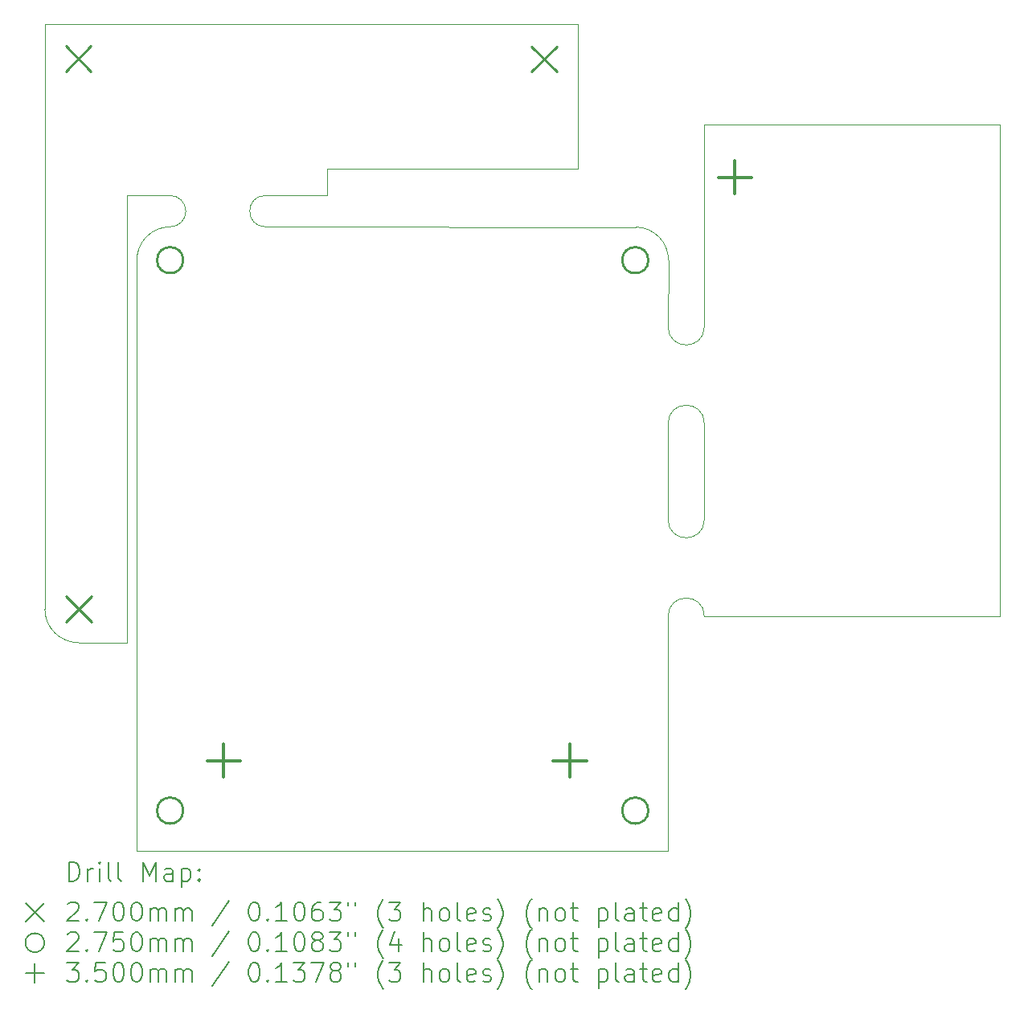
<source format=gbr>
%TF.GenerationSoftware,KiCad,Pcbnew,(6.0.7)*%
%TF.CreationDate,2022-08-29T12:50:03+02:00*%
%TF.ProjectId,pi_shield,70695f73-6869-4656-9c64-2e6b69636164,rev?*%
%TF.SameCoordinates,Original*%
%TF.FileFunction,Drillmap*%
%TF.FilePolarity,Positive*%
%FSLAX45Y45*%
G04 Gerber Fmt 4.5, Leading zero omitted, Abs format (unit mm)*
G04 Created by KiCad (PCBNEW (6.0.7)) date 2022-08-29 12:50:03*
%MOMM*%
%LPD*%
G01*
G04 APERTURE LIST*
%ADD10C,0.100000*%
%ADD11C,0.200000*%
%ADD12C,0.270000*%
%ADD13C,0.275000*%
%ADD14C,0.350000*%
G04 APERTURE END LIST*
D10*
X20510500Y-4597400D02*
X20510500Y-5715000D01*
X20497800Y-4597400D02*
X20510500Y-4597400D01*
X17399000Y-4597400D02*
X20497800Y-4597400D01*
X17399000Y-5715000D02*
X17399000Y-4597400D01*
X14084300Y-3543300D02*
X10477500Y-3543300D01*
X11422000Y-6029000D02*
X11422000Y-12254000D01*
X14084300Y-3543300D02*
X16065500Y-3543300D01*
X13423900Y-5067300D02*
X13423900Y-5346700D01*
X10477500Y-3543300D02*
X10452100Y-3543300D01*
X17399000Y-6731000D02*
X17399000Y-5715000D01*
X11315700Y-5346700D02*
X11772900Y-5346700D01*
X17399000Y-9779000D02*
G75*
G03*
X17018000Y-9779000I-190500J0D01*
G01*
X17399000Y-7747000D02*
X17399000Y-8763000D01*
X17022036Y-6029000D02*
G75*
G03*
X16677000Y-5679000I-350036J0D01*
G01*
X12776200Y-5346700D02*
X13423900Y-5346700D01*
X11137900Y-10058400D02*
X11315700Y-10058400D01*
X17018000Y-6731000D02*
X17022036Y-6029000D01*
X16065500Y-3543300D02*
X16065500Y-5067300D01*
X17018000Y-8763000D02*
G75*
G03*
X17399000Y-8763000I190500J0D01*
G01*
X11315700Y-10058400D02*
X11315700Y-5346700D01*
X12776200Y-5676900D02*
X16677000Y-5679000D01*
X12776200Y-5346700D02*
G75*
G03*
X12776200Y-5676900I0J-165100D01*
G01*
X17018000Y-6731000D02*
G75*
G03*
X17399000Y-6731000I190500J0D01*
G01*
X11772011Y-5676898D02*
G75*
G03*
X11772900Y-5346700I889J165098D01*
G01*
X17399000Y-7747000D02*
G75*
G03*
X17018000Y-7747000I-190500J0D01*
G01*
X16065500Y-5067300D02*
X13525500Y-5067300D01*
X13525500Y-5067300D02*
X13423900Y-5067300D01*
X17018000Y-8763000D02*
X17018000Y-7747000D01*
X11772011Y-5676898D02*
G75*
G03*
X11422000Y-6029000I0J-350017D01*
G01*
X17018000Y-12255500D02*
X17018000Y-9779000D01*
X10452100Y-9702800D02*
G75*
G03*
X10807700Y-10058400I355600J0D01*
G01*
X20256500Y-9779000D02*
X17399000Y-9779000D01*
X11422000Y-12254000D02*
X13322000Y-12254000D01*
X10807700Y-10058400D02*
X11137900Y-10058400D01*
X20256500Y-9779000D02*
X20510500Y-9779000D01*
X10452100Y-3543300D02*
X10452100Y-9702800D01*
X20510500Y-9779000D02*
X20510500Y-5715000D01*
X13322000Y-12254000D02*
X17018000Y-12255500D01*
D11*
D12*
X10670160Y-3771520D02*
X10940160Y-4041520D01*
X10940160Y-3771520D02*
X10670160Y-4041520D01*
X10672700Y-9567800D02*
X10942700Y-9837800D01*
X10942700Y-9567800D02*
X10672700Y-9837800D01*
X15574900Y-3774060D02*
X15844900Y-4044060D01*
X15844900Y-3774060D02*
X15574900Y-4044060D01*
D13*
X11909500Y-6028000D02*
G75*
G03*
X11909500Y-6028000I-137500J0D01*
G01*
X11909500Y-11828000D02*
G75*
G03*
X11909500Y-11828000I-137500J0D01*
G01*
X16809500Y-6028000D02*
G75*
G03*
X16809500Y-6028000I-137500J0D01*
G01*
X16809500Y-11828000D02*
G75*
G03*
X16809500Y-11828000I-137500J0D01*
G01*
D14*
X12338000Y-11128000D02*
X12338000Y-11478000D01*
X12163000Y-11303000D02*
X12513000Y-11303000D01*
X15983000Y-11128000D02*
X15983000Y-11478000D01*
X15808000Y-11303000D02*
X16158000Y-11303000D01*
X17722800Y-4981200D02*
X17722800Y-5331200D01*
X17547800Y-5156200D02*
X17897800Y-5156200D01*
D11*
X10704719Y-12570976D02*
X10704719Y-12370976D01*
X10752338Y-12370976D01*
X10780910Y-12380500D01*
X10799957Y-12399548D01*
X10809481Y-12418595D01*
X10819005Y-12456690D01*
X10819005Y-12485262D01*
X10809481Y-12523357D01*
X10799957Y-12542405D01*
X10780910Y-12561452D01*
X10752338Y-12570976D01*
X10704719Y-12570976D01*
X10904719Y-12570976D02*
X10904719Y-12437643D01*
X10904719Y-12475738D02*
X10914243Y-12456690D01*
X10923767Y-12447167D01*
X10942814Y-12437643D01*
X10961862Y-12437643D01*
X11028529Y-12570976D02*
X11028529Y-12437643D01*
X11028529Y-12370976D02*
X11019005Y-12380500D01*
X11028529Y-12390024D01*
X11038052Y-12380500D01*
X11028529Y-12370976D01*
X11028529Y-12390024D01*
X11152338Y-12570976D02*
X11133290Y-12561452D01*
X11123767Y-12542405D01*
X11123767Y-12370976D01*
X11257100Y-12570976D02*
X11238052Y-12561452D01*
X11228528Y-12542405D01*
X11228528Y-12370976D01*
X11485671Y-12570976D02*
X11485671Y-12370976D01*
X11552338Y-12513833D01*
X11619005Y-12370976D01*
X11619005Y-12570976D01*
X11799957Y-12570976D02*
X11799957Y-12466214D01*
X11790433Y-12447167D01*
X11771386Y-12437643D01*
X11733290Y-12437643D01*
X11714243Y-12447167D01*
X11799957Y-12561452D02*
X11780909Y-12570976D01*
X11733290Y-12570976D01*
X11714243Y-12561452D01*
X11704719Y-12542405D01*
X11704719Y-12523357D01*
X11714243Y-12504309D01*
X11733290Y-12494786D01*
X11780909Y-12494786D01*
X11799957Y-12485262D01*
X11895195Y-12437643D02*
X11895195Y-12637643D01*
X11895195Y-12447167D02*
X11914243Y-12437643D01*
X11952338Y-12437643D01*
X11971386Y-12447167D01*
X11980909Y-12456690D01*
X11990433Y-12475738D01*
X11990433Y-12532881D01*
X11980909Y-12551928D01*
X11971386Y-12561452D01*
X11952338Y-12570976D01*
X11914243Y-12570976D01*
X11895195Y-12561452D01*
X12076148Y-12551928D02*
X12085671Y-12561452D01*
X12076148Y-12570976D01*
X12066624Y-12561452D01*
X12076148Y-12551928D01*
X12076148Y-12570976D01*
X12076148Y-12447167D02*
X12085671Y-12456690D01*
X12076148Y-12466214D01*
X12066624Y-12456690D01*
X12076148Y-12447167D01*
X12076148Y-12466214D01*
X10247100Y-12800500D02*
X10447100Y-13000500D01*
X10447100Y-12800500D02*
X10247100Y-13000500D01*
X10695195Y-12810024D02*
X10704719Y-12800500D01*
X10723767Y-12790976D01*
X10771386Y-12790976D01*
X10790433Y-12800500D01*
X10799957Y-12810024D01*
X10809481Y-12829071D01*
X10809481Y-12848119D01*
X10799957Y-12876690D01*
X10685671Y-12990976D01*
X10809481Y-12990976D01*
X10895195Y-12971928D02*
X10904719Y-12981452D01*
X10895195Y-12990976D01*
X10885671Y-12981452D01*
X10895195Y-12971928D01*
X10895195Y-12990976D01*
X10971386Y-12790976D02*
X11104719Y-12790976D01*
X11019005Y-12990976D01*
X11219005Y-12790976D02*
X11238052Y-12790976D01*
X11257100Y-12800500D01*
X11266624Y-12810024D01*
X11276148Y-12829071D01*
X11285671Y-12867167D01*
X11285671Y-12914786D01*
X11276148Y-12952881D01*
X11266624Y-12971928D01*
X11257100Y-12981452D01*
X11238052Y-12990976D01*
X11219005Y-12990976D01*
X11199957Y-12981452D01*
X11190433Y-12971928D01*
X11180910Y-12952881D01*
X11171386Y-12914786D01*
X11171386Y-12867167D01*
X11180910Y-12829071D01*
X11190433Y-12810024D01*
X11199957Y-12800500D01*
X11219005Y-12790976D01*
X11409481Y-12790976D02*
X11428528Y-12790976D01*
X11447576Y-12800500D01*
X11457100Y-12810024D01*
X11466624Y-12829071D01*
X11476148Y-12867167D01*
X11476148Y-12914786D01*
X11466624Y-12952881D01*
X11457100Y-12971928D01*
X11447576Y-12981452D01*
X11428528Y-12990976D01*
X11409481Y-12990976D01*
X11390433Y-12981452D01*
X11380909Y-12971928D01*
X11371386Y-12952881D01*
X11361862Y-12914786D01*
X11361862Y-12867167D01*
X11371386Y-12829071D01*
X11380909Y-12810024D01*
X11390433Y-12800500D01*
X11409481Y-12790976D01*
X11561862Y-12990976D02*
X11561862Y-12857643D01*
X11561862Y-12876690D02*
X11571386Y-12867167D01*
X11590433Y-12857643D01*
X11619005Y-12857643D01*
X11638052Y-12867167D01*
X11647576Y-12886214D01*
X11647576Y-12990976D01*
X11647576Y-12886214D02*
X11657100Y-12867167D01*
X11676148Y-12857643D01*
X11704719Y-12857643D01*
X11723767Y-12867167D01*
X11733290Y-12886214D01*
X11733290Y-12990976D01*
X11828528Y-12990976D02*
X11828528Y-12857643D01*
X11828528Y-12876690D02*
X11838052Y-12867167D01*
X11857100Y-12857643D01*
X11885671Y-12857643D01*
X11904719Y-12867167D01*
X11914243Y-12886214D01*
X11914243Y-12990976D01*
X11914243Y-12886214D02*
X11923767Y-12867167D01*
X11942814Y-12857643D01*
X11971386Y-12857643D01*
X11990433Y-12867167D01*
X11999957Y-12886214D01*
X11999957Y-12990976D01*
X12390433Y-12781452D02*
X12219005Y-13038595D01*
X12647576Y-12790976D02*
X12666624Y-12790976D01*
X12685671Y-12800500D01*
X12695195Y-12810024D01*
X12704719Y-12829071D01*
X12714243Y-12867167D01*
X12714243Y-12914786D01*
X12704719Y-12952881D01*
X12695195Y-12971928D01*
X12685671Y-12981452D01*
X12666624Y-12990976D01*
X12647576Y-12990976D01*
X12628528Y-12981452D01*
X12619005Y-12971928D01*
X12609481Y-12952881D01*
X12599957Y-12914786D01*
X12599957Y-12867167D01*
X12609481Y-12829071D01*
X12619005Y-12810024D01*
X12628528Y-12800500D01*
X12647576Y-12790976D01*
X12799957Y-12971928D02*
X12809481Y-12981452D01*
X12799957Y-12990976D01*
X12790433Y-12981452D01*
X12799957Y-12971928D01*
X12799957Y-12990976D01*
X12999957Y-12990976D02*
X12885671Y-12990976D01*
X12942814Y-12990976D02*
X12942814Y-12790976D01*
X12923767Y-12819548D01*
X12904719Y-12838595D01*
X12885671Y-12848119D01*
X13123767Y-12790976D02*
X13142814Y-12790976D01*
X13161862Y-12800500D01*
X13171386Y-12810024D01*
X13180909Y-12829071D01*
X13190433Y-12867167D01*
X13190433Y-12914786D01*
X13180909Y-12952881D01*
X13171386Y-12971928D01*
X13161862Y-12981452D01*
X13142814Y-12990976D01*
X13123767Y-12990976D01*
X13104719Y-12981452D01*
X13095195Y-12971928D01*
X13085671Y-12952881D01*
X13076148Y-12914786D01*
X13076148Y-12867167D01*
X13085671Y-12829071D01*
X13095195Y-12810024D01*
X13104719Y-12800500D01*
X13123767Y-12790976D01*
X13361862Y-12790976D02*
X13323767Y-12790976D01*
X13304719Y-12800500D01*
X13295195Y-12810024D01*
X13276148Y-12838595D01*
X13266624Y-12876690D01*
X13266624Y-12952881D01*
X13276148Y-12971928D01*
X13285671Y-12981452D01*
X13304719Y-12990976D01*
X13342814Y-12990976D01*
X13361862Y-12981452D01*
X13371386Y-12971928D01*
X13380909Y-12952881D01*
X13380909Y-12905262D01*
X13371386Y-12886214D01*
X13361862Y-12876690D01*
X13342814Y-12867167D01*
X13304719Y-12867167D01*
X13285671Y-12876690D01*
X13276148Y-12886214D01*
X13266624Y-12905262D01*
X13447576Y-12790976D02*
X13571386Y-12790976D01*
X13504719Y-12867167D01*
X13533290Y-12867167D01*
X13552338Y-12876690D01*
X13561862Y-12886214D01*
X13571386Y-12905262D01*
X13571386Y-12952881D01*
X13561862Y-12971928D01*
X13552338Y-12981452D01*
X13533290Y-12990976D01*
X13476148Y-12990976D01*
X13457100Y-12981452D01*
X13447576Y-12971928D01*
X13647576Y-12790976D02*
X13647576Y-12829071D01*
X13723767Y-12790976D02*
X13723767Y-12829071D01*
X14019005Y-13067167D02*
X14009481Y-13057643D01*
X13990433Y-13029071D01*
X13980909Y-13010024D01*
X13971386Y-12981452D01*
X13961862Y-12933833D01*
X13961862Y-12895738D01*
X13971386Y-12848119D01*
X13980909Y-12819548D01*
X13990433Y-12800500D01*
X14009481Y-12771928D01*
X14019005Y-12762405D01*
X14076148Y-12790976D02*
X14199957Y-12790976D01*
X14133290Y-12867167D01*
X14161862Y-12867167D01*
X14180909Y-12876690D01*
X14190433Y-12886214D01*
X14199957Y-12905262D01*
X14199957Y-12952881D01*
X14190433Y-12971928D01*
X14180909Y-12981452D01*
X14161862Y-12990976D01*
X14104719Y-12990976D01*
X14085671Y-12981452D01*
X14076148Y-12971928D01*
X14438052Y-12990976D02*
X14438052Y-12790976D01*
X14523767Y-12990976D02*
X14523767Y-12886214D01*
X14514243Y-12867167D01*
X14495195Y-12857643D01*
X14466624Y-12857643D01*
X14447576Y-12867167D01*
X14438052Y-12876690D01*
X14647576Y-12990976D02*
X14628528Y-12981452D01*
X14619005Y-12971928D01*
X14609481Y-12952881D01*
X14609481Y-12895738D01*
X14619005Y-12876690D01*
X14628528Y-12867167D01*
X14647576Y-12857643D01*
X14676148Y-12857643D01*
X14695195Y-12867167D01*
X14704719Y-12876690D01*
X14714243Y-12895738D01*
X14714243Y-12952881D01*
X14704719Y-12971928D01*
X14695195Y-12981452D01*
X14676148Y-12990976D01*
X14647576Y-12990976D01*
X14828528Y-12990976D02*
X14809481Y-12981452D01*
X14799957Y-12962405D01*
X14799957Y-12790976D01*
X14980909Y-12981452D02*
X14961862Y-12990976D01*
X14923767Y-12990976D01*
X14904719Y-12981452D01*
X14895195Y-12962405D01*
X14895195Y-12886214D01*
X14904719Y-12867167D01*
X14923767Y-12857643D01*
X14961862Y-12857643D01*
X14980909Y-12867167D01*
X14990433Y-12886214D01*
X14990433Y-12905262D01*
X14895195Y-12924309D01*
X15066624Y-12981452D02*
X15085671Y-12990976D01*
X15123767Y-12990976D01*
X15142814Y-12981452D01*
X15152338Y-12962405D01*
X15152338Y-12952881D01*
X15142814Y-12933833D01*
X15123767Y-12924309D01*
X15095195Y-12924309D01*
X15076148Y-12914786D01*
X15066624Y-12895738D01*
X15066624Y-12886214D01*
X15076148Y-12867167D01*
X15095195Y-12857643D01*
X15123767Y-12857643D01*
X15142814Y-12867167D01*
X15219005Y-13067167D02*
X15228528Y-13057643D01*
X15247576Y-13029071D01*
X15257100Y-13010024D01*
X15266624Y-12981452D01*
X15276148Y-12933833D01*
X15276148Y-12895738D01*
X15266624Y-12848119D01*
X15257100Y-12819548D01*
X15247576Y-12800500D01*
X15228528Y-12771928D01*
X15219005Y-12762405D01*
X15580909Y-13067167D02*
X15571386Y-13057643D01*
X15552338Y-13029071D01*
X15542814Y-13010024D01*
X15533290Y-12981452D01*
X15523767Y-12933833D01*
X15523767Y-12895738D01*
X15533290Y-12848119D01*
X15542814Y-12819548D01*
X15552338Y-12800500D01*
X15571386Y-12771928D01*
X15580909Y-12762405D01*
X15657100Y-12857643D02*
X15657100Y-12990976D01*
X15657100Y-12876690D02*
X15666624Y-12867167D01*
X15685671Y-12857643D01*
X15714243Y-12857643D01*
X15733290Y-12867167D01*
X15742814Y-12886214D01*
X15742814Y-12990976D01*
X15866624Y-12990976D02*
X15847576Y-12981452D01*
X15838052Y-12971928D01*
X15828528Y-12952881D01*
X15828528Y-12895738D01*
X15838052Y-12876690D01*
X15847576Y-12867167D01*
X15866624Y-12857643D01*
X15895195Y-12857643D01*
X15914243Y-12867167D01*
X15923767Y-12876690D01*
X15933290Y-12895738D01*
X15933290Y-12952881D01*
X15923767Y-12971928D01*
X15914243Y-12981452D01*
X15895195Y-12990976D01*
X15866624Y-12990976D01*
X15990433Y-12857643D02*
X16066624Y-12857643D01*
X16019005Y-12790976D02*
X16019005Y-12962405D01*
X16028528Y-12981452D01*
X16047576Y-12990976D01*
X16066624Y-12990976D01*
X16285671Y-12857643D02*
X16285671Y-13057643D01*
X16285671Y-12867167D02*
X16304719Y-12857643D01*
X16342814Y-12857643D01*
X16361862Y-12867167D01*
X16371386Y-12876690D01*
X16380909Y-12895738D01*
X16380909Y-12952881D01*
X16371386Y-12971928D01*
X16361862Y-12981452D01*
X16342814Y-12990976D01*
X16304719Y-12990976D01*
X16285671Y-12981452D01*
X16495195Y-12990976D02*
X16476148Y-12981452D01*
X16466624Y-12962405D01*
X16466624Y-12790976D01*
X16657100Y-12990976D02*
X16657100Y-12886214D01*
X16647576Y-12867167D01*
X16628528Y-12857643D01*
X16590433Y-12857643D01*
X16571386Y-12867167D01*
X16657100Y-12981452D02*
X16638052Y-12990976D01*
X16590433Y-12990976D01*
X16571386Y-12981452D01*
X16561862Y-12962405D01*
X16561862Y-12943357D01*
X16571386Y-12924309D01*
X16590433Y-12914786D01*
X16638052Y-12914786D01*
X16657100Y-12905262D01*
X16723767Y-12857643D02*
X16799957Y-12857643D01*
X16752338Y-12790976D02*
X16752338Y-12962405D01*
X16761862Y-12981452D01*
X16780910Y-12990976D01*
X16799957Y-12990976D01*
X16942814Y-12981452D02*
X16923767Y-12990976D01*
X16885671Y-12990976D01*
X16866624Y-12981452D01*
X16857100Y-12962405D01*
X16857100Y-12886214D01*
X16866624Y-12867167D01*
X16885671Y-12857643D01*
X16923767Y-12857643D01*
X16942814Y-12867167D01*
X16952338Y-12886214D01*
X16952338Y-12905262D01*
X16857100Y-12924309D01*
X17123767Y-12990976D02*
X17123767Y-12790976D01*
X17123767Y-12981452D02*
X17104719Y-12990976D01*
X17066624Y-12990976D01*
X17047576Y-12981452D01*
X17038052Y-12971928D01*
X17028529Y-12952881D01*
X17028529Y-12895738D01*
X17038052Y-12876690D01*
X17047576Y-12867167D01*
X17066624Y-12857643D01*
X17104719Y-12857643D01*
X17123767Y-12867167D01*
X17199957Y-13067167D02*
X17209481Y-13057643D01*
X17228529Y-13029071D01*
X17238052Y-13010024D01*
X17247576Y-12981452D01*
X17257100Y-12933833D01*
X17257100Y-12895738D01*
X17247576Y-12848119D01*
X17238052Y-12819548D01*
X17228529Y-12800500D01*
X17209481Y-12771928D01*
X17199957Y-12762405D01*
X10447100Y-13220500D02*
G75*
G03*
X10447100Y-13220500I-100000J0D01*
G01*
X10695195Y-13130024D02*
X10704719Y-13120500D01*
X10723767Y-13110976D01*
X10771386Y-13110976D01*
X10790433Y-13120500D01*
X10799957Y-13130024D01*
X10809481Y-13149071D01*
X10809481Y-13168119D01*
X10799957Y-13196690D01*
X10685671Y-13310976D01*
X10809481Y-13310976D01*
X10895195Y-13291928D02*
X10904719Y-13301452D01*
X10895195Y-13310976D01*
X10885671Y-13301452D01*
X10895195Y-13291928D01*
X10895195Y-13310976D01*
X10971386Y-13110976D02*
X11104719Y-13110976D01*
X11019005Y-13310976D01*
X11276148Y-13110976D02*
X11180910Y-13110976D01*
X11171386Y-13206214D01*
X11180910Y-13196690D01*
X11199957Y-13187167D01*
X11247576Y-13187167D01*
X11266624Y-13196690D01*
X11276148Y-13206214D01*
X11285671Y-13225262D01*
X11285671Y-13272881D01*
X11276148Y-13291928D01*
X11266624Y-13301452D01*
X11247576Y-13310976D01*
X11199957Y-13310976D01*
X11180910Y-13301452D01*
X11171386Y-13291928D01*
X11409481Y-13110976D02*
X11428528Y-13110976D01*
X11447576Y-13120500D01*
X11457100Y-13130024D01*
X11466624Y-13149071D01*
X11476148Y-13187167D01*
X11476148Y-13234786D01*
X11466624Y-13272881D01*
X11457100Y-13291928D01*
X11447576Y-13301452D01*
X11428528Y-13310976D01*
X11409481Y-13310976D01*
X11390433Y-13301452D01*
X11380909Y-13291928D01*
X11371386Y-13272881D01*
X11361862Y-13234786D01*
X11361862Y-13187167D01*
X11371386Y-13149071D01*
X11380909Y-13130024D01*
X11390433Y-13120500D01*
X11409481Y-13110976D01*
X11561862Y-13310976D02*
X11561862Y-13177643D01*
X11561862Y-13196690D02*
X11571386Y-13187167D01*
X11590433Y-13177643D01*
X11619005Y-13177643D01*
X11638052Y-13187167D01*
X11647576Y-13206214D01*
X11647576Y-13310976D01*
X11647576Y-13206214D02*
X11657100Y-13187167D01*
X11676148Y-13177643D01*
X11704719Y-13177643D01*
X11723767Y-13187167D01*
X11733290Y-13206214D01*
X11733290Y-13310976D01*
X11828528Y-13310976D02*
X11828528Y-13177643D01*
X11828528Y-13196690D02*
X11838052Y-13187167D01*
X11857100Y-13177643D01*
X11885671Y-13177643D01*
X11904719Y-13187167D01*
X11914243Y-13206214D01*
X11914243Y-13310976D01*
X11914243Y-13206214D02*
X11923767Y-13187167D01*
X11942814Y-13177643D01*
X11971386Y-13177643D01*
X11990433Y-13187167D01*
X11999957Y-13206214D01*
X11999957Y-13310976D01*
X12390433Y-13101452D02*
X12219005Y-13358595D01*
X12647576Y-13110976D02*
X12666624Y-13110976D01*
X12685671Y-13120500D01*
X12695195Y-13130024D01*
X12704719Y-13149071D01*
X12714243Y-13187167D01*
X12714243Y-13234786D01*
X12704719Y-13272881D01*
X12695195Y-13291928D01*
X12685671Y-13301452D01*
X12666624Y-13310976D01*
X12647576Y-13310976D01*
X12628528Y-13301452D01*
X12619005Y-13291928D01*
X12609481Y-13272881D01*
X12599957Y-13234786D01*
X12599957Y-13187167D01*
X12609481Y-13149071D01*
X12619005Y-13130024D01*
X12628528Y-13120500D01*
X12647576Y-13110976D01*
X12799957Y-13291928D02*
X12809481Y-13301452D01*
X12799957Y-13310976D01*
X12790433Y-13301452D01*
X12799957Y-13291928D01*
X12799957Y-13310976D01*
X12999957Y-13310976D02*
X12885671Y-13310976D01*
X12942814Y-13310976D02*
X12942814Y-13110976D01*
X12923767Y-13139548D01*
X12904719Y-13158595D01*
X12885671Y-13168119D01*
X13123767Y-13110976D02*
X13142814Y-13110976D01*
X13161862Y-13120500D01*
X13171386Y-13130024D01*
X13180909Y-13149071D01*
X13190433Y-13187167D01*
X13190433Y-13234786D01*
X13180909Y-13272881D01*
X13171386Y-13291928D01*
X13161862Y-13301452D01*
X13142814Y-13310976D01*
X13123767Y-13310976D01*
X13104719Y-13301452D01*
X13095195Y-13291928D01*
X13085671Y-13272881D01*
X13076148Y-13234786D01*
X13076148Y-13187167D01*
X13085671Y-13149071D01*
X13095195Y-13130024D01*
X13104719Y-13120500D01*
X13123767Y-13110976D01*
X13304719Y-13196690D02*
X13285671Y-13187167D01*
X13276148Y-13177643D01*
X13266624Y-13158595D01*
X13266624Y-13149071D01*
X13276148Y-13130024D01*
X13285671Y-13120500D01*
X13304719Y-13110976D01*
X13342814Y-13110976D01*
X13361862Y-13120500D01*
X13371386Y-13130024D01*
X13380909Y-13149071D01*
X13380909Y-13158595D01*
X13371386Y-13177643D01*
X13361862Y-13187167D01*
X13342814Y-13196690D01*
X13304719Y-13196690D01*
X13285671Y-13206214D01*
X13276148Y-13215738D01*
X13266624Y-13234786D01*
X13266624Y-13272881D01*
X13276148Y-13291928D01*
X13285671Y-13301452D01*
X13304719Y-13310976D01*
X13342814Y-13310976D01*
X13361862Y-13301452D01*
X13371386Y-13291928D01*
X13380909Y-13272881D01*
X13380909Y-13234786D01*
X13371386Y-13215738D01*
X13361862Y-13206214D01*
X13342814Y-13196690D01*
X13447576Y-13110976D02*
X13571386Y-13110976D01*
X13504719Y-13187167D01*
X13533290Y-13187167D01*
X13552338Y-13196690D01*
X13561862Y-13206214D01*
X13571386Y-13225262D01*
X13571386Y-13272881D01*
X13561862Y-13291928D01*
X13552338Y-13301452D01*
X13533290Y-13310976D01*
X13476148Y-13310976D01*
X13457100Y-13301452D01*
X13447576Y-13291928D01*
X13647576Y-13110976D02*
X13647576Y-13149071D01*
X13723767Y-13110976D02*
X13723767Y-13149071D01*
X14019005Y-13387167D02*
X14009481Y-13377643D01*
X13990433Y-13349071D01*
X13980909Y-13330024D01*
X13971386Y-13301452D01*
X13961862Y-13253833D01*
X13961862Y-13215738D01*
X13971386Y-13168119D01*
X13980909Y-13139548D01*
X13990433Y-13120500D01*
X14009481Y-13091928D01*
X14019005Y-13082405D01*
X14180909Y-13177643D02*
X14180909Y-13310976D01*
X14133290Y-13101452D02*
X14085671Y-13244309D01*
X14209481Y-13244309D01*
X14438052Y-13310976D02*
X14438052Y-13110976D01*
X14523767Y-13310976D02*
X14523767Y-13206214D01*
X14514243Y-13187167D01*
X14495195Y-13177643D01*
X14466624Y-13177643D01*
X14447576Y-13187167D01*
X14438052Y-13196690D01*
X14647576Y-13310976D02*
X14628528Y-13301452D01*
X14619005Y-13291928D01*
X14609481Y-13272881D01*
X14609481Y-13215738D01*
X14619005Y-13196690D01*
X14628528Y-13187167D01*
X14647576Y-13177643D01*
X14676148Y-13177643D01*
X14695195Y-13187167D01*
X14704719Y-13196690D01*
X14714243Y-13215738D01*
X14714243Y-13272881D01*
X14704719Y-13291928D01*
X14695195Y-13301452D01*
X14676148Y-13310976D01*
X14647576Y-13310976D01*
X14828528Y-13310976D02*
X14809481Y-13301452D01*
X14799957Y-13282405D01*
X14799957Y-13110976D01*
X14980909Y-13301452D02*
X14961862Y-13310976D01*
X14923767Y-13310976D01*
X14904719Y-13301452D01*
X14895195Y-13282405D01*
X14895195Y-13206214D01*
X14904719Y-13187167D01*
X14923767Y-13177643D01*
X14961862Y-13177643D01*
X14980909Y-13187167D01*
X14990433Y-13206214D01*
X14990433Y-13225262D01*
X14895195Y-13244309D01*
X15066624Y-13301452D02*
X15085671Y-13310976D01*
X15123767Y-13310976D01*
X15142814Y-13301452D01*
X15152338Y-13282405D01*
X15152338Y-13272881D01*
X15142814Y-13253833D01*
X15123767Y-13244309D01*
X15095195Y-13244309D01*
X15076148Y-13234786D01*
X15066624Y-13215738D01*
X15066624Y-13206214D01*
X15076148Y-13187167D01*
X15095195Y-13177643D01*
X15123767Y-13177643D01*
X15142814Y-13187167D01*
X15219005Y-13387167D02*
X15228528Y-13377643D01*
X15247576Y-13349071D01*
X15257100Y-13330024D01*
X15266624Y-13301452D01*
X15276148Y-13253833D01*
X15276148Y-13215738D01*
X15266624Y-13168119D01*
X15257100Y-13139548D01*
X15247576Y-13120500D01*
X15228528Y-13091928D01*
X15219005Y-13082405D01*
X15580909Y-13387167D02*
X15571386Y-13377643D01*
X15552338Y-13349071D01*
X15542814Y-13330024D01*
X15533290Y-13301452D01*
X15523767Y-13253833D01*
X15523767Y-13215738D01*
X15533290Y-13168119D01*
X15542814Y-13139548D01*
X15552338Y-13120500D01*
X15571386Y-13091928D01*
X15580909Y-13082405D01*
X15657100Y-13177643D02*
X15657100Y-13310976D01*
X15657100Y-13196690D02*
X15666624Y-13187167D01*
X15685671Y-13177643D01*
X15714243Y-13177643D01*
X15733290Y-13187167D01*
X15742814Y-13206214D01*
X15742814Y-13310976D01*
X15866624Y-13310976D02*
X15847576Y-13301452D01*
X15838052Y-13291928D01*
X15828528Y-13272881D01*
X15828528Y-13215738D01*
X15838052Y-13196690D01*
X15847576Y-13187167D01*
X15866624Y-13177643D01*
X15895195Y-13177643D01*
X15914243Y-13187167D01*
X15923767Y-13196690D01*
X15933290Y-13215738D01*
X15933290Y-13272881D01*
X15923767Y-13291928D01*
X15914243Y-13301452D01*
X15895195Y-13310976D01*
X15866624Y-13310976D01*
X15990433Y-13177643D02*
X16066624Y-13177643D01*
X16019005Y-13110976D02*
X16019005Y-13282405D01*
X16028528Y-13301452D01*
X16047576Y-13310976D01*
X16066624Y-13310976D01*
X16285671Y-13177643D02*
X16285671Y-13377643D01*
X16285671Y-13187167D02*
X16304719Y-13177643D01*
X16342814Y-13177643D01*
X16361862Y-13187167D01*
X16371386Y-13196690D01*
X16380909Y-13215738D01*
X16380909Y-13272881D01*
X16371386Y-13291928D01*
X16361862Y-13301452D01*
X16342814Y-13310976D01*
X16304719Y-13310976D01*
X16285671Y-13301452D01*
X16495195Y-13310976D02*
X16476148Y-13301452D01*
X16466624Y-13282405D01*
X16466624Y-13110976D01*
X16657100Y-13310976D02*
X16657100Y-13206214D01*
X16647576Y-13187167D01*
X16628528Y-13177643D01*
X16590433Y-13177643D01*
X16571386Y-13187167D01*
X16657100Y-13301452D02*
X16638052Y-13310976D01*
X16590433Y-13310976D01*
X16571386Y-13301452D01*
X16561862Y-13282405D01*
X16561862Y-13263357D01*
X16571386Y-13244309D01*
X16590433Y-13234786D01*
X16638052Y-13234786D01*
X16657100Y-13225262D01*
X16723767Y-13177643D02*
X16799957Y-13177643D01*
X16752338Y-13110976D02*
X16752338Y-13282405D01*
X16761862Y-13301452D01*
X16780910Y-13310976D01*
X16799957Y-13310976D01*
X16942814Y-13301452D02*
X16923767Y-13310976D01*
X16885671Y-13310976D01*
X16866624Y-13301452D01*
X16857100Y-13282405D01*
X16857100Y-13206214D01*
X16866624Y-13187167D01*
X16885671Y-13177643D01*
X16923767Y-13177643D01*
X16942814Y-13187167D01*
X16952338Y-13206214D01*
X16952338Y-13225262D01*
X16857100Y-13244309D01*
X17123767Y-13310976D02*
X17123767Y-13110976D01*
X17123767Y-13301452D02*
X17104719Y-13310976D01*
X17066624Y-13310976D01*
X17047576Y-13301452D01*
X17038052Y-13291928D01*
X17028529Y-13272881D01*
X17028529Y-13215738D01*
X17038052Y-13196690D01*
X17047576Y-13187167D01*
X17066624Y-13177643D01*
X17104719Y-13177643D01*
X17123767Y-13187167D01*
X17199957Y-13387167D02*
X17209481Y-13377643D01*
X17228529Y-13349071D01*
X17238052Y-13330024D01*
X17247576Y-13301452D01*
X17257100Y-13253833D01*
X17257100Y-13215738D01*
X17247576Y-13168119D01*
X17238052Y-13139548D01*
X17228529Y-13120500D01*
X17209481Y-13091928D01*
X17199957Y-13082405D01*
X10347100Y-13440500D02*
X10347100Y-13640500D01*
X10247100Y-13540500D02*
X10447100Y-13540500D01*
X10685671Y-13430976D02*
X10809481Y-13430976D01*
X10742814Y-13507167D01*
X10771386Y-13507167D01*
X10790433Y-13516690D01*
X10799957Y-13526214D01*
X10809481Y-13545262D01*
X10809481Y-13592881D01*
X10799957Y-13611928D01*
X10790433Y-13621452D01*
X10771386Y-13630976D01*
X10714243Y-13630976D01*
X10695195Y-13621452D01*
X10685671Y-13611928D01*
X10895195Y-13611928D02*
X10904719Y-13621452D01*
X10895195Y-13630976D01*
X10885671Y-13621452D01*
X10895195Y-13611928D01*
X10895195Y-13630976D01*
X11085671Y-13430976D02*
X10990433Y-13430976D01*
X10980910Y-13526214D01*
X10990433Y-13516690D01*
X11009481Y-13507167D01*
X11057100Y-13507167D01*
X11076148Y-13516690D01*
X11085671Y-13526214D01*
X11095195Y-13545262D01*
X11095195Y-13592881D01*
X11085671Y-13611928D01*
X11076148Y-13621452D01*
X11057100Y-13630976D01*
X11009481Y-13630976D01*
X10990433Y-13621452D01*
X10980910Y-13611928D01*
X11219005Y-13430976D02*
X11238052Y-13430976D01*
X11257100Y-13440500D01*
X11266624Y-13450024D01*
X11276148Y-13469071D01*
X11285671Y-13507167D01*
X11285671Y-13554786D01*
X11276148Y-13592881D01*
X11266624Y-13611928D01*
X11257100Y-13621452D01*
X11238052Y-13630976D01*
X11219005Y-13630976D01*
X11199957Y-13621452D01*
X11190433Y-13611928D01*
X11180910Y-13592881D01*
X11171386Y-13554786D01*
X11171386Y-13507167D01*
X11180910Y-13469071D01*
X11190433Y-13450024D01*
X11199957Y-13440500D01*
X11219005Y-13430976D01*
X11409481Y-13430976D02*
X11428528Y-13430976D01*
X11447576Y-13440500D01*
X11457100Y-13450024D01*
X11466624Y-13469071D01*
X11476148Y-13507167D01*
X11476148Y-13554786D01*
X11466624Y-13592881D01*
X11457100Y-13611928D01*
X11447576Y-13621452D01*
X11428528Y-13630976D01*
X11409481Y-13630976D01*
X11390433Y-13621452D01*
X11380909Y-13611928D01*
X11371386Y-13592881D01*
X11361862Y-13554786D01*
X11361862Y-13507167D01*
X11371386Y-13469071D01*
X11380909Y-13450024D01*
X11390433Y-13440500D01*
X11409481Y-13430976D01*
X11561862Y-13630976D02*
X11561862Y-13497643D01*
X11561862Y-13516690D02*
X11571386Y-13507167D01*
X11590433Y-13497643D01*
X11619005Y-13497643D01*
X11638052Y-13507167D01*
X11647576Y-13526214D01*
X11647576Y-13630976D01*
X11647576Y-13526214D02*
X11657100Y-13507167D01*
X11676148Y-13497643D01*
X11704719Y-13497643D01*
X11723767Y-13507167D01*
X11733290Y-13526214D01*
X11733290Y-13630976D01*
X11828528Y-13630976D02*
X11828528Y-13497643D01*
X11828528Y-13516690D02*
X11838052Y-13507167D01*
X11857100Y-13497643D01*
X11885671Y-13497643D01*
X11904719Y-13507167D01*
X11914243Y-13526214D01*
X11914243Y-13630976D01*
X11914243Y-13526214D02*
X11923767Y-13507167D01*
X11942814Y-13497643D01*
X11971386Y-13497643D01*
X11990433Y-13507167D01*
X11999957Y-13526214D01*
X11999957Y-13630976D01*
X12390433Y-13421452D02*
X12219005Y-13678595D01*
X12647576Y-13430976D02*
X12666624Y-13430976D01*
X12685671Y-13440500D01*
X12695195Y-13450024D01*
X12704719Y-13469071D01*
X12714243Y-13507167D01*
X12714243Y-13554786D01*
X12704719Y-13592881D01*
X12695195Y-13611928D01*
X12685671Y-13621452D01*
X12666624Y-13630976D01*
X12647576Y-13630976D01*
X12628528Y-13621452D01*
X12619005Y-13611928D01*
X12609481Y-13592881D01*
X12599957Y-13554786D01*
X12599957Y-13507167D01*
X12609481Y-13469071D01*
X12619005Y-13450024D01*
X12628528Y-13440500D01*
X12647576Y-13430976D01*
X12799957Y-13611928D02*
X12809481Y-13621452D01*
X12799957Y-13630976D01*
X12790433Y-13621452D01*
X12799957Y-13611928D01*
X12799957Y-13630976D01*
X12999957Y-13630976D02*
X12885671Y-13630976D01*
X12942814Y-13630976D02*
X12942814Y-13430976D01*
X12923767Y-13459548D01*
X12904719Y-13478595D01*
X12885671Y-13488119D01*
X13066624Y-13430976D02*
X13190433Y-13430976D01*
X13123767Y-13507167D01*
X13152338Y-13507167D01*
X13171386Y-13516690D01*
X13180909Y-13526214D01*
X13190433Y-13545262D01*
X13190433Y-13592881D01*
X13180909Y-13611928D01*
X13171386Y-13621452D01*
X13152338Y-13630976D01*
X13095195Y-13630976D01*
X13076148Y-13621452D01*
X13066624Y-13611928D01*
X13257100Y-13430976D02*
X13390433Y-13430976D01*
X13304719Y-13630976D01*
X13495195Y-13516690D02*
X13476148Y-13507167D01*
X13466624Y-13497643D01*
X13457100Y-13478595D01*
X13457100Y-13469071D01*
X13466624Y-13450024D01*
X13476148Y-13440500D01*
X13495195Y-13430976D01*
X13533290Y-13430976D01*
X13552338Y-13440500D01*
X13561862Y-13450024D01*
X13571386Y-13469071D01*
X13571386Y-13478595D01*
X13561862Y-13497643D01*
X13552338Y-13507167D01*
X13533290Y-13516690D01*
X13495195Y-13516690D01*
X13476148Y-13526214D01*
X13466624Y-13535738D01*
X13457100Y-13554786D01*
X13457100Y-13592881D01*
X13466624Y-13611928D01*
X13476148Y-13621452D01*
X13495195Y-13630976D01*
X13533290Y-13630976D01*
X13552338Y-13621452D01*
X13561862Y-13611928D01*
X13571386Y-13592881D01*
X13571386Y-13554786D01*
X13561862Y-13535738D01*
X13552338Y-13526214D01*
X13533290Y-13516690D01*
X13647576Y-13430976D02*
X13647576Y-13469071D01*
X13723767Y-13430976D02*
X13723767Y-13469071D01*
X14019005Y-13707167D02*
X14009481Y-13697643D01*
X13990433Y-13669071D01*
X13980909Y-13650024D01*
X13971386Y-13621452D01*
X13961862Y-13573833D01*
X13961862Y-13535738D01*
X13971386Y-13488119D01*
X13980909Y-13459548D01*
X13990433Y-13440500D01*
X14009481Y-13411928D01*
X14019005Y-13402405D01*
X14076148Y-13430976D02*
X14199957Y-13430976D01*
X14133290Y-13507167D01*
X14161862Y-13507167D01*
X14180909Y-13516690D01*
X14190433Y-13526214D01*
X14199957Y-13545262D01*
X14199957Y-13592881D01*
X14190433Y-13611928D01*
X14180909Y-13621452D01*
X14161862Y-13630976D01*
X14104719Y-13630976D01*
X14085671Y-13621452D01*
X14076148Y-13611928D01*
X14438052Y-13630976D02*
X14438052Y-13430976D01*
X14523767Y-13630976D02*
X14523767Y-13526214D01*
X14514243Y-13507167D01*
X14495195Y-13497643D01*
X14466624Y-13497643D01*
X14447576Y-13507167D01*
X14438052Y-13516690D01*
X14647576Y-13630976D02*
X14628528Y-13621452D01*
X14619005Y-13611928D01*
X14609481Y-13592881D01*
X14609481Y-13535738D01*
X14619005Y-13516690D01*
X14628528Y-13507167D01*
X14647576Y-13497643D01*
X14676148Y-13497643D01*
X14695195Y-13507167D01*
X14704719Y-13516690D01*
X14714243Y-13535738D01*
X14714243Y-13592881D01*
X14704719Y-13611928D01*
X14695195Y-13621452D01*
X14676148Y-13630976D01*
X14647576Y-13630976D01*
X14828528Y-13630976D02*
X14809481Y-13621452D01*
X14799957Y-13602405D01*
X14799957Y-13430976D01*
X14980909Y-13621452D02*
X14961862Y-13630976D01*
X14923767Y-13630976D01*
X14904719Y-13621452D01*
X14895195Y-13602405D01*
X14895195Y-13526214D01*
X14904719Y-13507167D01*
X14923767Y-13497643D01*
X14961862Y-13497643D01*
X14980909Y-13507167D01*
X14990433Y-13526214D01*
X14990433Y-13545262D01*
X14895195Y-13564309D01*
X15066624Y-13621452D02*
X15085671Y-13630976D01*
X15123767Y-13630976D01*
X15142814Y-13621452D01*
X15152338Y-13602405D01*
X15152338Y-13592881D01*
X15142814Y-13573833D01*
X15123767Y-13564309D01*
X15095195Y-13564309D01*
X15076148Y-13554786D01*
X15066624Y-13535738D01*
X15066624Y-13526214D01*
X15076148Y-13507167D01*
X15095195Y-13497643D01*
X15123767Y-13497643D01*
X15142814Y-13507167D01*
X15219005Y-13707167D02*
X15228528Y-13697643D01*
X15247576Y-13669071D01*
X15257100Y-13650024D01*
X15266624Y-13621452D01*
X15276148Y-13573833D01*
X15276148Y-13535738D01*
X15266624Y-13488119D01*
X15257100Y-13459548D01*
X15247576Y-13440500D01*
X15228528Y-13411928D01*
X15219005Y-13402405D01*
X15580909Y-13707167D02*
X15571386Y-13697643D01*
X15552338Y-13669071D01*
X15542814Y-13650024D01*
X15533290Y-13621452D01*
X15523767Y-13573833D01*
X15523767Y-13535738D01*
X15533290Y-13488119D01*
X15542814Y-13459548D01*
X15552338Y-13440500D01*
X15571386Y-13411928D01*
X15580909Y-13402405D01*
X15657100Y-13497643D02*
X15657100Y-13630976D01*
X15657100Y-13516690D02*
X15666624Y-13507167D01*
X15685671Y-13497643D01*
X15714243Y-13497643D01*
X15733290Y-13507167D01*
X15742814Y-13526214D01*
X15742814Y-13630976D01*
X15866624Y-13630976D02*
X15847576Y-13621452D01*
X15838052Y-13611928D01*
X15828528Y-13592881D01*
X15828528Y-13535738D01*
X15838052Y-13516690D01*
X15847576Y-13507167D01*
X15866624Y-13497643D01*
X15895195Y-13497643D01*
X15914243Y-13507167D01*
X15923767Y-13516690D01*
X15933290Y-13535738D01*
X15933290Y-13592881D01*
X15923767Y-13611928D01*
X15914243Y-13621452D01*
X15895195Y-13630976D01*
X15866624Y-13630976D01*
X15990433Y-13497643D02*
X16066624Y-13497643D01*
X16019005Y-13430976D02*
X16019005Y-13602405D01*
X16028528Y-13621452D01*
X16047576Y-13630976D01*
X16066624Y-13630976D01*
X16285671Y-13497643D02*
X16285671Y-13697643D01*
X16285671Y-13507167D02*
X16304719Y-13497643D01*
X16342814Y-13497643D01*
X16361862Y-13507167D01*
X16371386Y-13516690D01*
X16380909Y-13535738D01*
X16380909Y-13592881D01*
X16371386Y-13611928D01*
X16361862Y-13621452D01*
X16342814Y-13630976D01*
X16304719Y-13630976D01*
X16285671Y-13621452D01*
X16495195Y-13630976D02*
X16476148Y-13621452D01*
X16466624Y-13602405D01*
X16466624Y-13430976D01*
X16657100Y-13630976D02*
X16657100Y-13526214D01*
X16647576Y-13507167D01*
X16628528Y-13497643D01*
X16590433Y-13497643D01*
X16571386Y-13507167D01*
X16657100Y-13621452D02*
X16638052Y-13630976D01*
X16590433Y-13630976D01*
X16571386Y-13621452D01*
X16561862Y-13602405D01*
X16561862Y-13583357D01*
X16571386Y-13564309D01*
X16590433Y-13554786D01*
X16638052Y-13554786D01*
X16657100Y-13545262D01*
X16723767Y-13497643D02*
X16799957Y-13497643D01*
X16752338Y-13430976D02*
X16752338Y-13602405D01*
X16761862Y-13621452D01*
X16780910Y-13630976D01*
X16799957Y-13630976D01*
X16942814Y-13621452D02*
X16923767Y-13630976D01*
X16885671Y-13630976D01*
X16866624Y-13621452D01*
X16857100Y-13602405D01*
X16857100Y-13526214D01*
X16866624Y-13507167D01*
X16885671Y-13497643D01*
X16923767Y-13497643D01*
X16942814Y-13507167D01*
X16952338Y-13526214D01*
X16952338Y-13545262D01*
X16857100Y-13564309D01*
X17123767Y-13630976D02*
X17123767Y-13430976D01*
X17123767Y-13621452D02*
X17104719Y-13630976D01*
X17066624Y-13630976D01*
X17047576Y-13621452D01*
X17038052Y-13611928D01*
X17028529Y-13592881D01*
X17028529Y-13535738D01*
X17038052Y-13516690D01*
X17047576Y-13507167D01*
X17066624Y-13497643D01*
X17104719Y-13497643D01*
X17123767Y-13507167D01*
X17199957Y-13707167D02*
X17209481Y-13697643D01*
X17228529Y-13669071D01*
X17238052Y-13650024D01*
X17247576Y-13621452D01*
X17257100Y-13573833D01*
X17257100Y-13535738D01*
X17247576Y-13488119D01*
X17238052Y-13459548D01*
X17228529Y-13440500D01*
X17209481Y-13411928D01*
X17199957Y-13402405D01*
M02*

</source>
